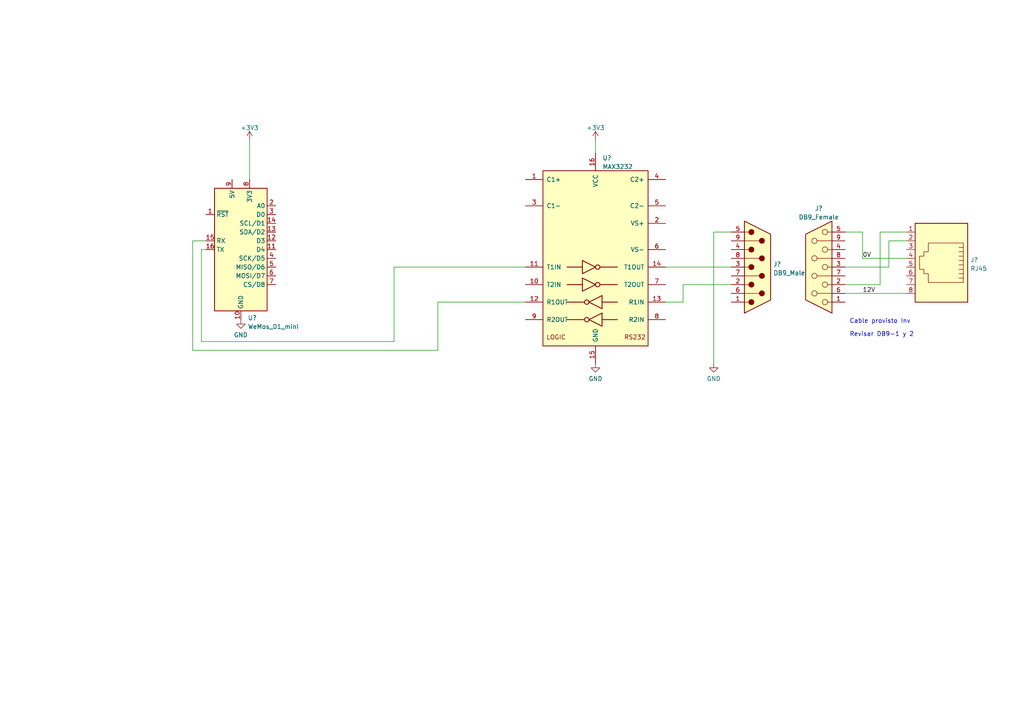
<source format=kicad_sch>
(kicad_sch (version 20211123) (generator eeschema)
  (paper "A4")
  (lib_symbols
    (symbol "Connector:DB9_Female" (pin_names (offset 1.016) hide)
      (property "Reference" "J" (at 0 13.97 0))
      (property "Value" "DB9_Female" (at 0 -14.605 0))
      (symbol "DB9_Female_0_1"
        (circle (center -1.778 -10.16) (radius 0.762))
        (circle (center -1.778 -5.08) (radius 0.762))
        (circle (center -1.778 0) (radius 0.762))
        (circle (center -1.778 5.08) (radius 0.762))
        (circle (center -1.778 10.16) (radius 0.762))
        (polyline (pts (xy -3.81 -10.16) (xy -2.54 -10.16)))
        (polyline (pts (xy -3.81 -7.62) (xy 0.508 -7.62)))
        (polyline (pts (xy -3.81 -5.08) (xy -2.54 -5.08)))
        (polyline (pts (xy -3.81 -2.54) (xy 0.508 -2.54)))
        (polyline (pts (xy -3.81 0) (xy -2.54 0)))
        (polyline (pts (xy -3.81 2.54) (xy 0.508 2.54)))
        (polyline (pts (xy -3.81 5.08) (xy -2.54 5.08)))
        (polyline (pts (xy -3.81 7.62) (xy 0.508 7.62)))
        (polyline (pts (xy -3.81 10.16) (xy -2.54 10.16)))
        (polyline (pts (xy -3.81 13.335) (xy -3.81 -13.335) (xy 3.81 -9.525) (xy 3.81 9.525) (xy -3.81 13.335)) (stroke (width 0.254)) (fill (type background)))
        (circle (center 1.27 -7.62) (radius 0.762))
        (circle (center 1.27 -2.54) (radius 0.762))
        (circle (center 1.27 2.54) (radius 0.762))
        (circle (center 1.27 7.62) (radius 0.762))
      )
      (symbol "DB9_Female_1_1"
        (pin passive line (at -7.62 10.16 0) (length 3.81) (name "1") (number "1"))
        (pin passive line (at -7.62 5.08 0) (length 3.81) (name "2") (number "2"))
        (pin passive line (at -7.62 0 0) (length 3.81) (name "3") (number "3"))
        (pin passive line (at -7.62 -5.08 0) (length 3.81) (name "4") (number "4"))
        (pin passive line (at -7.62 -10.16 0) (length 3.81) (name "5") (number "5"))
        (pin passive line (at -7.62 7.62 0) (length 3.81) (name "6") (number "6"))
        (pin passive line (at -7.62 2.54 0) (length 3.81) (name "7") (number "7"))
        (pin passive line (at -7.62 -2.54 0) (length 3.81) (name "8") (number "8"))
        (pin passive line (at -7.62 -7.62 0) (length 3.81) (name "9") (number "9"))
      )
    )
    (symbol "Connector:DB9_Male" (pin_names (offset 1.016) hide)
      (property "Reference" "J" (at 0 13.97 0))
      (property "Value" "DB9_Male" (at 0 -14.605 0))
      (symbol "DB9_Male_0_1"
        (circle (center -1.778 -10.16) (radius 0.762) (fill (type outline)))
        (circle (center -1.778 -5.08) (radius 0.762) (fill (type outline)))
        (circle (center -1.778 0) (radius 0.762) (fill (type outline)))
        (circle (center -1.778 5.08) (radius 0.762) (fill (type outline)))
        (circle (center -1.778 10.16) (radius 0.762) (fill (type outline)))
        (polyline (pts (xy -3.81 -10.16) (xy -2.54 -10.16)))
        (polyline (pts (xy -3.81 -7.62) (xy 0.508 -7.62)))
        (polyline (pts (xy -3.81 -5.08) (xy -2.54 -5.08)))
        (polyline (pts (xy -3.81 -2.54) (xy 0.508 -2.54)))
        (polyline (pts (xy -3.81 0) (xy -2.54 0)))
        (polyline (pts (xy -3.81 2.54) (xy 0.508 2.54)))
        (polyline (pts (xy -3.81 5.08) (xy -2.54 5.08)))
        (polyline (pts (xy -3.81 7.62) (xy 0.508 7.62)))
        (polyline (pts (xy -3.81 10.16) (xy -2.54 10.16)))
        (polyline (pts (xy -3.81 -13.335) (xy -3.81 13.335) (xy 3.81 9.525) (xy 3.81 -9.525) (xy -3.81 -13.335)) (stroke (width 0.254)) (fill (type background)))
        (circle (center 1.27 -7.62) (radius 0.762) (fill (type outline)))
        (circle (center 1.27 -2.54) (radius 0.762) (fill (type outline)))
        (circle (center 1.27 2.54) (radius 0.762) (fill (type outline)))
        (circle (center 1.27 7.62) (radius 0.762) (fill (type outline)))
      )
      (symbol "DB9_Male_1_1"
        (pin passive line (at -7.62 -10.16 0) (length 3.81) (name "1") (number "1"))
        (pin passive line (at -7.62 -5.08 0) (length 3.81) (name "2") (number "2"))
        (pin passive line (at -7.62 0 0) (length 3.81) (name "3") (number "3"))
        (pin passive line (at -7.62 5.08 0) (length 3.81) (name "4") (number "4"))
        (pin passive line (at -7.62 10.16 0) (length 3.81) (name "5") (number "5"))
        (pin passive line (at -7.62 -7.62 0) (length 3.81) (name "6") (number "6"))
        (pin passive line (at -7.62 -2.54 0) (length 3.81) (name "7") (number "7"))
        (pin passive line (at -7.62 2.54 0) (length 3.81) (name "8") (number "8"))
        (pin passive line (at -7.62 7.62 0) (length 3.81) (name "9") (number "9"))
      )
    )
    (symbol "Connector:RJ45" (pin_names (offset 1.016))
      (property "Reference" "J" (at -5.08 13.97 0))
      (property "Value" "RJ45" (at 2.54 13.97 0))
      (symbol "RJ45_0_1"
        (polyline (pts (xy -5.08 4.445) (xy -6.35 4.445)))
        (polyline (pts (xy -5.08 5.715) (xy -6.35 5.715)))
        (polyline (pts (xy -6.35 -3.175) (xy -5.08 -3.175) (xy -5.08 -3.175)))
        (polyline (pts (xy -6.35 -1.905) (xy -5.08 -1.905) (xy -5.08 -1.905)))
        (polyline (pts (xy -6.35 -0.635) (xy -5.08 -0.635) (xy -5.08 -0.635)))
        (polyline (pts (xy -6.35 0.635) (xy -5.08 0.635) (xy -5.08 0.635)))
        (polyline (pts (xy -6.35 1.905) (xy -5.08 1.905) (xy -5.08 1.905)))
        (polyline (pts (xy -5.08 3.175) (xy -6.35 3.175) (xy -6.35 3.175)))
        (polyline (pts (xy -6.35 -4.445) (xy -6.35 6.985) (xy 3.81 6.985) (xy 3.81 4.445) (xy 5.08 4.445) (xy 5.08 3.175) (xy 6.35 3.175) (xy 6.35 -0.635) (xy 5.08 -0.635) (xy 5.08 -1.905) (xy 3.81 -1.905) (xy 3.81 -4.445) (xy -6.35 -4.445) (xy -6.35 -4.445)))
        (rectangle (start 7.62 12.7) (end -7.62 -10.16) (stroke (width 0.254)) (fill (type background)))
      )
      (symbol "RJ45_1_1"
        (pin passive line (at 10.16 -7.62 180) (length 2.54) (name "~") (number "1"))
        (pin passive line (at 10.16 -5.08 180) (length 2.54) (name "~") (number "2"))
        (pin passive line (at 10.16 -2.54 180) (length 2.54) (name "~") (number "3"))
        (pin passive line (at 10.16 0 180) (length 2.54) (name "~") (number "4"))
        (pin passive line (at 10.16 2.54 180) (length 2.54) (name "~") (number "5"))
        (pin passive line (at 10.16 5.08 180) (length 2.54) (name "~") (number "6"))
        (pin passive line (at 10.16 7.62 180) (length 2.54) (name "~") (number "7"))
        (pin passive line (at 10.16 10.16 180) (length 2.54) (name "~") (number "8"))
      )
    )
    (symbol "Interface_UART:MAX3232" (pin_names (offset 1.016))
      (property "Reference" "U" (at -2.54 28.575 0))
      (property "Value" "MAX3232" (at -2.54 26.67 0))
      (symbol "MAX3232_0_0"
        (text "LOGIC" (at -11.43 -22.86 0) (effects (font (size 1.27 1.27))))
        (text "RS232" (at 11.43 -22.86 0) (effects (font (size 1.27 1.27))))
      )
      (symbol "MAX3232_0_1"
        (rectangle (start -15.24 -25.4) (end 15.24 25.4) (stroke (width 0.254)) (fill (type background)))
        (circle (center -2.54 -17.78) (radius 0.635) (stroke (width 0.254)))
        (circle (center -2.54 -12.7) (radius 0.635) (stroke (width 0.254)))
        (polyline (pts (xy -3.81 -7.62) (xy -8.255 -7.62)) (stroke (width 0.254)))
        (polyline (pts (xy -3.81 -2.54) (xy -8.255 -2.54)) (stroke (width 0.254)))
        (polyline (pts (xy -3.175 -17.78) (xy -8.255 -17.78)) (stroke (width 0.254)))
        (polyline (pts (xy -3.175 -12.7) (xy -8.255 -12.7)) (stroke (width 0.254)))
        (polyline (pts (xy 1.27 -7.62) (xy 6.35 -7.62)) (stroke (width 0.254)))
        (polyline (pts (xy 1.27 -2.54) (xy 6.35 -2.54)) (stroke (width 0.254)))
        (polyline (pts (xy 1.905 -17.78) (xy 6.35 -17.78)) (stroke (width 0.254)))
        (polyline (pts (xy 1.905 -12.7) (xy 6.35 -12.7)) (stroke (width 0.254)))
        (polyline (pts (xy -3.81 -5.715) (xy -3.81 -9.525) (xy 0 -7.62) (xy -3.81 -5.715)) (stroke (width 0.254)))
        (polyline (pts (xy -3.81 -0.635) (xy -3.81 -4.445) (xy 0 -2.54) (xy -3.81 -0.635)) (stroke (width 0.254)))
        (polyline (pts (xy 1.905 -15.875) (xy 1.905 -19.685) (xy -1.905 -17.78) (xy 1.905 -15.875)) (stroke (width 0.254)))
        (polyline (pts (xy 1.905 -10.795) (xy 1.905 -14.605) (xy -1.905 -12.7) (xy 1.905 -10.795)) (stroke (width 0.254)))
        (circle (center 0.635 -7.62) (radius 0.635) (stroke (width 0.254)))
        (circle (center 0.635 -2.54) (radius 0.635) (stroke (width 0.254)))
      )
      (symbol "MAX3232_1_1"
        (pin passive line (at -20.32 22.86 0) (length 5.08) (name "C1+") (number "1"))
        (pin input line (at -20.32 -7.62 0) (length 5.08) (name "T2IN") (number "10"))
        (pin input line (at -20.32 -2.54 0) (length 5.08) (name "T1IN") (number "11"))
        (pin output line (at -20.32 -12.7 0) (length 5.08) (name "R1OUT") (number "12"))
        (pin input line (at 20.32 -12.7 180) (length 5.08) (name "R1IN") (number "13"))
        (pin output line (at 20.32 -2.54 180) (length 5.08) (name "T1OUT") (number "14"))
        (pin power_in line (at 0 -30.48 90) (length 5.08) (name "GND") (number "15"))
        (pin power_in line (at 0 30.48 270) (length 5.08) (name "VCC") (number "16"))
        (pin power_out line (at 20.32 10.16 180) (length 5.08) (name "VS+") (number "2"))
        (pin passive line (at -20.32 15.24 0) (length 5.08) (name "C1-") (number "3"))
        (pin passive line (at 20.32 22.86 180) (length 5.08) (name "C2+") (number "4"))
        (pin passive line (at 20.32 15.24 180) (length 5.08) (name "C2-") (number "5"))
        (pin power_out line (at 20.32 2.54 180) (length 5.08) (name "VS-") (number "6"))
        (pin output line (at 20.32 -7.62 180) (length 5.08) (name "T2OUT") (number "7"))
        (pin input line (at 20.32 -17.78 180) (length 5.08) (name "R2IN") (number "8"))
        (pin output line (at -20.32 -17.78 0) (length 5.08) (name "R2OUT") (number "9"))
      )
    )
    (symbol "MCU_Module:WeMos_D1_mini"
      (property "Reference" "U" (at 3.81 19.05 0))
      (property "Value" "WeMos_D1_mini" (at 1.27 -19.05 0))
      (symbol "WeMos_D1_mini_1_1"
        (rectangle (start -7.62 17.78) (end 7.62 -17.78) (stroke (width 0.254)) (fill (type background)))
        (pin input line (at -10.16 10.16 0) (length 2.54) (name "~{RST}") (number "1"))
        (pin power_in line (at 0 -20.32 90) (length 2.54) (name "GND") (number "10"))
        (pin bidirectional line (at 10.16 0 180) (length 2.54) (name "D4") (number "11"))
        (pin bidirectional line (at 10.16 2.54 180) (length 2.54) (name "D3") (number "12"))
        (pin bidirectional line (at 10.16 5.08 180) (length 2.54) (name "SDA/D2") (number "13"))
        (pin bidirectional line (at 10.16 7.62 180) (length 2.54) (name "SCL/D1") (number "14"))
        (pin input line (at -10.16 2.54 0) (length 2.54) (name "RX") (number "15"))
        (pin output line (at -10.16 0 0) (length 2.54) (name "TX") (number "16"))
        (pin input line (at 10.16 12.7 180) (length 2.54) (name "A0") (number "2"))
        (pin bidirectional line (at 10.16 10.16 180) (length 2.54) (name "D0") (number "3"))
        (pin bidirectional line (at 10.16 -2.54 180) (length 2.54) (name "SCK/D5") (number "4"))
        (pin bidirectional line (at 10.16 -5.08 180) (length 2.54) (name "MISO/D6") (number "5"))
        (pin bidirectional line (at 10.16 -7.62 180) (length 2.54) (name "MOSI/D7") (number "6"))
        (pin bidirectional line (at 10.16 -10.16 180) (length 2.54) (name "CS/D8") (number "7"))
        (pin power_out line (at 2.54 20.32 270) (length 2.54) (name "3V3") (number "8"))
        (pin power_in line (at -2.54 20.32 270) (length 2.54) (name "5V") (number "9"))
      )
    )
    (symbol "power:+3.3V" (power) (pin_names (offset 0))
      (property "Value" "+3.3V" (at 0 3.556 0))
      (symbol "+3.3V_0_1"
        (polyline (pts (xy -0.762 1.27) (xy 0 2.54)))
        (polyline (pts (xy 0 0) (xy 0 2.54)))
        (polyline (pts (xy 0 2.54) (xy 0.762 1.27)))
      )
      (symbol "+3.3V_1_1"
        (pin power_in line (at 0 0 90) (length 0) hide (name "+3V3") (number "1"))
      )
    )
    (symbol "power:GND" (power) (pin_names (offset 0))
      (property "Value" "GND" (at 0 -3.81 0))
      (symbol "GND_0_1"
        (polyline (pts (xy 0 0) (xy 0 -1.27) (xy 1.27 -1.27) (xy 0 -2.54) (xy -1.27 -1.27) (xy 0 -1.27)))
      )
      (symbol "GND_1_1"
        (pin power_in line (at 0 0 270) (length 0) hide (name "GND") (number "1"))
      )
    )
  )
  (wire (pts (xy 127 101.6) (xy 55.88 101.6)))
  (wire (pts (xy 262.89 67.31) (xy 255.27 67.31)))
  (wire (pts (xy 245.11 67.31) (xy 250.19 67.31)))
  (wire (pts (xy 255.27 67.31) (xy 255.27 82.55)))
  (wire (pts (xy 172.72 40.64) (xy 172.72 44.45)))
  (wire (pts (xy 59.69 72.39) (xy 58.42 72.39)))
  (wire (pts (xy 152.4 87.63) (xy 127 87.63)))
  (wire (pts (xy 58.42 72.39) (xy 58.42 99.06)))
  (wire (pts (xy 127 87.63) (xy 127 101.6)))
  (wire (pts (xy 245.11 85.09) (xy 262.89 85.09)))
  (wire (pts (xy 198.12 82.55) (xy 198.12 87.63)))
  (wire (pts (xy 114.3 99.06) (xy 114.3 77.47)))
  (wire (pts (xy 255.27 82.55) (xy 245.11 82.55)))
  (wire (pts (xy 58.42 99.06) (xy 114.3 99.06)))
  (wire (pts (xy 193.04 77.47) (xy 212.09 77.47)))
  (wire (pts (xy 207.01 67.31) (xy 212.09 67.31)))
  (wire (pts (xy 72.39 40.64) (xy 72.39 52.07)))
  (wire (pts (xy 250.19 74.93) (xy 262.89 74.93)))
  (wire (pts (xy 55.88 101.6) (xy 55.88 69.85)))
  (wire (pts (xy 257.81 77.47) (xy 245.11 77.47)))
  (wire (pts (xy 257.81 69.85) (xy 257.81 77.47)))
  (wire (pts (xy 207.01 105.41) (xy 207.01 67.31)))
  (wire (pts (xy 250.19 67.31) (xy 250.19 74.93)))
  (wire (pts (xy 212.09 82.55) (xy 198.12 82.55)))
  (wire (pts (xy 55.88 69.85) (xy 59.69 69.85)))
  (wire (pts (xy 198.12 87.63) (xy 193.04 87.63)))
  (wire (pts (xy 114.3 77.47) (xy 152.4 77.47)))
  (wire (pts (xy 262.89 69.85) (xy 257.81 69.85)))
  (text "Revisar DB9-1 y 2" (at 246.38 97.79 0) (effects (font (size 1.27 1.27)) (justify left bottom)))
  (text "Cable provisto Inv" (at 246.38 93.98 0) (effects (font (size 1.27 1.27)) (justify left bottom)))
  (label "12V" (at 250.19 85.09 0))
  (label "0V" (at 250.19 74.93 0))
  (symbol (lib_id "power:GND") (at 69.85 92.71 0) (unit 1)
    (property "Reference" "#PWR?" (effects hide))
    (property "Value" "GND" (at 69.85 97.1534 0))
  )
  (symbol (lib_id "Connector:RJ45") (at 273.05 74.93 180) (unit 1)
    (property "Reference" "J?" (at 281.432 75.3653 0) (effects (justify right)))
    (property "Value" "RJ45" (at 281.432 77.9022 0) (effects (justify right)))
  )
  (symbol (lib_id "power:+3.3V") (at 72.39 40.64 0) (unit 1)
    (property "Reference" "#PWR?" (effects hide))
    (property "Value" "+3.3V" (at 72.39 37.0642 0))
  )
  (symbol (lib_id "MCU_Module:WeMos_D1_mini") (at 69.85 72.39 0) (unit 1)
    (property "Reference" "U?" (at 71.8694 92.2004 0) (effects (justify left)))
    (property "Value" "WeMos_D1_mini" (at 71.8694 94.7373 0) (effects (justify left)))
    (property "Footprint" "Module:WEMOS_D1_mini_light" (effects hide))
    (property "Datasheet" "https://wiki.wemos.cc/products:d1:d1_mini#documentation" (effects hide))
  )
  (symbol (lib_id "power:GND") (at 207.01 105.41 0) (unit 1)
    (property "Reference" "#PWR?" (effects hide))
    (property "Value" "GND" (at 207.01 109.8534 0))
  )
  (symbol (lib_id "Connector:DB9_Female") (at 237.49 77.47 180) (unit 1)
    (property "Reference" "J?" (at 237.49 60.4352 0))
    (property "Value" "DB9_Female" (at 237.49 62.9721 0))
    (property "Datasheet" " ~" (effects hide))
  )
  (symbol (lib_id "Interface_UART:MAX3232") (at 172.72 74.93 0) (unit 1)
    (property "Reference" "U?" (at 174.7394 45.8302 0) (effects (justify left)))
    (property "Value" "MAX3232" (at 174.7394 48.3671 0) (effects (justify left)))
    (property "Datasheet" "https://datasheets.maximintegrated.com/en/ds/MAX3222-MAX3241.pdf" (effects hide))
  )
  (symbol (lib_id "power:+3.3V") (at 172.72 40.64 0) (unit 1)
    (property "Reference" "#PWR?" (effects hide))
    (property "Value" "+3.3V" (at 172.72 37.0642 0))
  )
  (symbol (lib_id "power:GND") (at 172.72 105.41 0) (unit 1)
    (property "Reference" "#PWR?" (effects hide))
    (property "Value" "GND" (at 172.72 109.8534 0))
  )
  (symbol (lib_id "Connector:DB9_Male") (at 219.71 77.47 0) (unit 1)
    (property "Reference" "J?" (at 224.282 76.6353 0) (effects (justify left)))
    (property "Value" "DB9_Male" (at 224.282 79.1722 0) (effects (justify left)))
    (property "Datasheet" " ~" (effects hide))
  )
)
</source>
